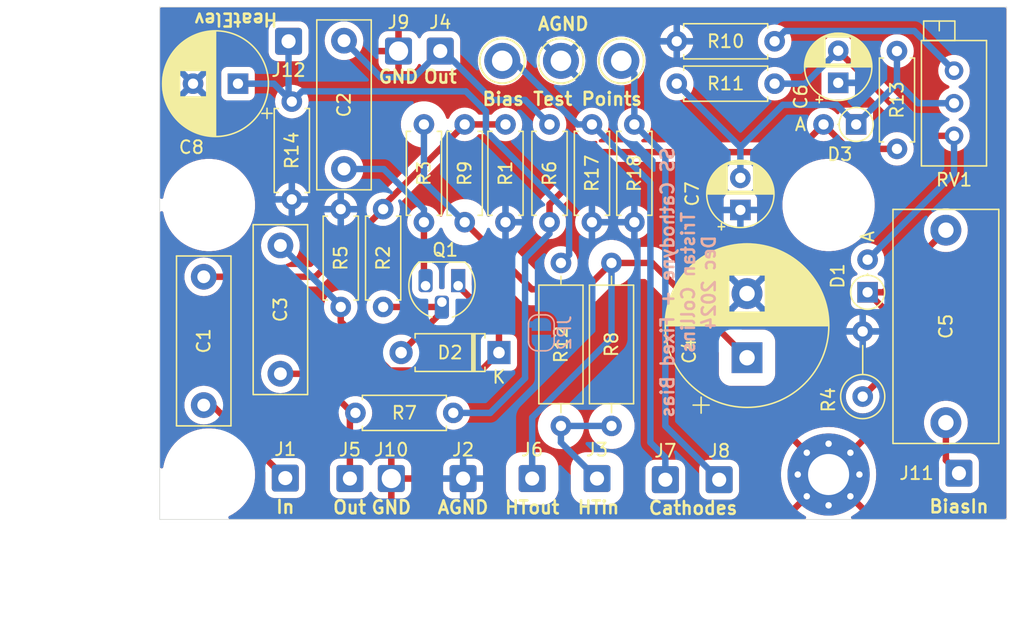
<source format=kicad_pcb>
(kicad_pcb (version 20240108) (generator "pcbnew") (generator_version "8.0")
  (title_block (comment 4 "AISLER Project ID: DPNKPZNC"))
  (layers (0 "F.Cu" signal) (31 "B.Cu" signal) (34 "B.Paste" user) (35 "F.Paste" user) (36 "B.SilkS" user "B.Silkscreen") (37 "F.SilkS" user "F.Silkscreen") (38 "B.Mask" user) (39 "F.Mask" user) (44 "Edge.Cuts" user))
  (net 0 "")
  (net 1 "Net-(C1-Pad1)")
  (net 2 "Net-(J1-Pin_1)")
  (net 3 "Net-(Q1-D)")
  (net 4 "GNDA")
  (net 5 "GND")
  (net 6 "HT")
  (net 7 "Net-(J4-Pin_1)")
  (net 8 "Net-(D2-K)")
  (net 9 "Net-(J5-Pin_1)")
  (net 10 "Net-(D2-A)")
  (net 11 "Net-(J11-Pin_1)")
  (net 12 "Net-(D1-K)")
  (net 13 "Net-(D1-A)")
  (net 14 "Net-(D3-K)")
  (net 15 "/Bias")
  (net 16 "Net-(J7-Pin_1)")
  (net 17 "Net-(J8-Pin_1)")
  (net 18 "Net-(R10-Pad1)")
  (net 19 "/HTout")
  (net 20 "Net-(J12-Pin_1)")
  (footprint "Capacitor_THT:C_Rect_L13.0mm_W4.0mm_P10.00mm_FKS3_FKP3_MKS4" (layer "F.Cu") (at 155.067 57.15 90)
    (property "Reference" "C3" (at 5 0 90) (layer "F.SilkS"))
    (property "Value" "22n 630V")
    (pad "1" thru_hole circle (at 0 0 90) (size 2 2) (drill 1) (layers "*.Cu" "*.Mask") (net 9 "Net-(J5-Pin_1)"))
    (pad "2" thru_hole circle (at 10 0 90) (size 2 2) (drill 1) (layers "*.Cu" "*.Mask") (net 8 "Net-(D2-K)"))
  )
  (footprint "MountingHole:MountingHole_3.2mm_M3_Pad_Via" (layer "F.Cu") (at 197.75 65)
    (property "Reference" "H1" (hide yes))
    (property "Value" "MountingHole_Pad")
    (pad "1" thru_hole circle (at -2.4 0) (size 0.8 0.8) (drill 0.5) (layers "*.Cu" "*.Mask") (net 5 "GND"))
    (pad "1" thru_hole circle (at -1.697056 -1.697056) (size 0.8 0.8) (drill 0.5) (layers "*.Cu" "*.Mask") (net 5 "GND"))
    (pad "1" thru_hole circle (at -1.697056 1.697056) (size 0.8 0.8) (drill 0.5) (layers "*.Cu" "*.Mask") (net 5 "GND"))
    (pad "1" thru_hole circle (at 0 -2.4) (size 0.8 0.8) (drill 0.5) (layers "*.Cu" "*.Mask") (net 5 "GND"))
    (pad "1" thru_hole circle (at 0 0) (size 6.4 6.4) (drill 3.2) (layers "*.Cu" "*.Mask") (net 5 "GND"))
    (pad "1" thru_hole circle (at 0 2.4) (size 0.8 0.8) (drill 0.5) (layers "*.Cu" "*.Mask") (net 5 "GND"))
    (pad "1" thru_hole circle (at 1.697056 -1.697056) (size 0.8 0.8) (drill 0.5) (layers "*.Cu" "*.Mask") (net 5 "GND"))
    (pad "1" thru_hole circle (at 1.697056 1.697056) (size 0.8 0.8) (drill 0.5) (layers "*.Cu" "*.Mask") (net 5 "GND"))
    (pad "1" thru_hole circle (at 2.4 0) (size 0.8 0.8) (drill 0.5) (layers "*.Cu" "*.Mask") (net 5 "GND"))
  )
  (footprint "MountingHole:MountingHole_3.2mm_M3" (layer "F.Cu") (at 149.5 44)
    (property "Reference" "H4" (hide yes))
    (property "Value" "MountingHole")
    (pad "" np_thru_hole circle (at 0 0) (size 3.2 3.2) (drill 3.2) (layers "*.Cu" "*.Mask"))
  )
  (footprint "Package_TO_SOT_THT:TO-92_HandSolder" (layer "F.Cu") (at 168.91 50.292 180)
    (property "Reference" "Q1" (at 1.016 2.794 0) (layer "F.SilkS"))
    (property "Value" "LND150")
    (pad "1" thru_hole rect (at 0 0 180) (size 1.1 1.8) (drill 0.75 (offset 0 0.4)) (layers "*.Cu" "*.Mask") (net 8 "Net-(D2-K)"))
    (pad "2" thru_hole roundrect (at 1.27 -1.27 180) (size 1.1 1.8) (drill 0.75 (offset 0 -0.4)) (layers "*.Cu" "*.Mask") (net 10 "Net-(D2-A)"))
    (pad "3" thru_hole roundrect (at 2.54 0 180) (size 1.1 1.8) (drill 0.75 (offset 0 0.4)) (layers "*.Cu" "*.Mask") (net 3 "Net-(Q1-D)"))
  )
  (footprint "Resistor_THT:R_Axial_DIN0309_L9.0mm_D3.2mm_P12.70mm_Horizontal" (layer "F.Cu") (at 180.848 61.214 90)
    (property "Reference" "R8" (at 6.35 0 90) (layer "F.SilkS"))
    (property "Value" "1k 2W")
    (pad "1" thru_hole circle (at 0 0 90) (size 1.6 1.6) (drill 0.8) (layers "*.Cu" "*.Mask") (net 6 "HT"))
    (pad "2" thru_hole oval (at 12.7 0 90) (size 1.6 1.6) (drill 0.8) (layers "*.Cu" "*.Mask") (net 19 "/HTout"))
  )
  (footprint "MountingHole:MountingHole_3.2mm_M3" (layer "F.Cu") (at 197.75 44)
    (property "Reference" "H2" (hide yes))
    (property "Value" "MountingHole")
    (pad "" np_thru_hole circle (at 0 0) (size 3.2 3.2) (drill 3.2) (layers "*.Cu" "*.Mask"))
  )
  (footprint "Capacitor_THT:C_Rect_L13.0mm_W4.0mm_P10.00mm_FKS3_FKP3_MKS4" (layer "F.Cu") (at 149.098 49.59 -90)
    (property "Reference" "C1" (at 5 0 -90) (layer "F.SilkS"))
    (property "Value" "22n 630V")
    (pad "1" thru_hole circle (at 0 0 270) (size 2 2) (drill 1) (layers "*.Cu" "*.Mask") (net 1 "Net-(C1-Pad1)"))
    (pad "2" thru_hole circle (at 10 0 270) (size 2 2) (drill 1) (layers "*.Cu" "*.Mask") (net 2 "Net-(J1-Pin_1)"))
  )
  (footprint "Capacitor_THT:C_Rect_L13.0mm_W4.0mm_P10.00mm_FKS3_FKP3_MKS4" (layer "F.Cu") (at 160.02 31.195 -90)
    (property "Reference" "C2" (at 5 0 90) (layer "F.SilkS"))
    (property "Value" "22n 630V")
    (pad "1" thru_hole circle (at 0 0 270) (size 2 2) (drill 1) (layers "*.Cu" "*.Mask") (net 7 "Net-(J4-Pin_1)"))
    (pad "2" thru_hole circle (at 10 0 270) (size 2 2) (drill 1) (layers "*.Cu" "*.Mask") (net 3 "Net-(Q1-D)"))
  )
  (footprint "MountingHole:MountingHole_3.2mm_M3" (layer "F.Cu") (at 149.5 65)
    (property "Reference" "H3" (hide yes))
    (property "Value" "MountingHole")
    (pad "" np_thru_hole circle (at 0 0) (size 3.2 3.2) (drill 3.2) (layers "*.Cu" "*.Mask"))
  )
  (footprint "Library:R_Axial_DIN0207_L6.3mm_D2.5mm_P7.62mm_Horizontal_TC" (layer "F.Cu") (at 172.593 37.719 -90)
    (property "Reference" "R1" (at 3.81 0 -90) (layer "F.SilkS"))
    (property "Value" "470k")
    (pad "1" thru_hole circle (at 0 0 270) (size 1.6 1.6) (drill 0.8) (layers "*.Cu" "*.Mask") (net 1 "Net-(C1-Pad1)"))
    (pad "2" thru_hole oval (at 7.62 0 270) (size 1.6 1.6) (drill 0.8) (layers "*.Cu" "*.Mask") (net 4 "GNDA"))
  )
  (footprint "Library:R_Axial_DIN0207_L6.3mm_D2.5mm_P7.62mm_Horizontal_TC" (layer "F.Cu") (at 163.068 51.943 90)
    (property "Reference" "R2" (at 3.81 0 90) (layer "F.SilkS"))
    (property "Value" "1Meg")
    (pad "1" thru_hole circle (at 0 0 90) (size 1.6 1.6) (drill 0.8) (layers "*.Cu" "*.Mask") (net 10 "Net-(D2-A)"))
    (pad "2" thru_hole oval (at 7.62 0 90) (size 1.6 1.6) (drill 0.8) (layers "*.Cu" "*.Mask") (net 1 "Net-(C1-Pad1)"))
  )
  (footprint "Library:R_Axial_DIN0207_L6.3mm_D2.5mm_P7.62mm_Horizontal_TC" (layer "F.Cu") (at 166.243 37.719 -90)
    (property "Reference" "R3" (at 3.81 0 -90) (layer "F.SilkS"))
    (property "Value" "68k")
    (pad "1" thru_hole circle (at 0 0 270) (size 1.6 1.6) (drill 0.8) (layers "*.Cu" "*.Mask") (net 19 "/HTout"))
    (pad "2" thru_hole oval (at 7.62 0 270) (size 1.6 1.6) (drill 0.8) (layers "*.Cu" "*.Mask") (net 3 "Net-(Q1-D)"))
  )
  (footprint "Library:R_Axial_DIN0207_L6.3mm_D2.5mm_P7.62mm_Horizontal_TC" (layer "F.Cu") (at 159.766 51.943 90)
    (property "Reference" "R5" (at 3.81 0 90) (layer "F.SilkS"))
    (property "Value" "68k")
    (pad "1" thru_hole circle (at 0 0 90) (size 1.6 1.6) (drill 0.8) (layers "*.Cu" "*.Mask") (net 8 "Net-(D2-K)"))
    (pad "2" thru_hole oval (at 7.62 0 90) (size 1.6 1.6) (drill 0.8) (layers "*.Cu" "*.Mask") (net 4 "GNDA"))
  )
  (footprint "Library:R_Axial_DIN0207_L6.3mm_D2.5mm_P7.62mm_Horizontal_TC" (layer "F.Cu") (at 176.022 37.719 -90)
    (property "Reference" "R6" (at 3.81 0 -90) (layer "F.SilkS"))
    (property "Value" "220k")
    (pad "1" thru_hole circle (at 0 0 270) (size 1.6 1.6) (drill 0.8) (layers "*.Cu" "*.Mask") (net 7 "Net-(J4-Pin_1)"))
    (pad "2" thru_hole oval (at 7.62 0 270) (size 1.6 1.6) (drill 0.8) (layers "*.Cu" "*.Mask") (net 15 "/Bias"))
  )
  (footprint "Library:R_Axial_DIN0207_L6.3mm_D2.5mm_P7.62mm_Horizontal_TC" (layer "F.Cu") (at 168.529 60.198 180)
    (property "Reference" "R7" (at 3.81 0 180) (layer "F.SilkS"))
    (property "Value" "220k")
    (pad "1" thru_hole circle (at 0 0 180) (size 1.6 1.6) (drill 0.8) (layers "*.Cu" "*.Mask") (net 15 "/Bias"))
    (pad "2" thru_hole oval (at 7.62 0 180) (size 1.6 1.6) (drill 0.8) (layers "*.Cu" "*.Mask") (net 9 "Net-(J5-Pin_1)"))
  )
  (footprint "Library:R_Axial_DIN0207_L6.3mm_D2.5mm_P7.62mm_Horizontal_TC" (layer "F.Cu") (at 169.418 37.719 -90)
    (property "Reference" "R9" (at 3.81 0 -90) (layer "F.SilkS"))
    (property "Value" "1.5Meg")
    (pad "1" thru_hole circle (at 0 0 270) (size 1.6 1.6) (drill 0.8) (layers "*.Cu" "*.Mask") (net 1 "Net-(C1-Pad1)"))
    (pad "2" thru_hole oval (at 7.62 0 270) (size 1.6 1.6) (drill 0.8) (layers "*.Cu" "*.Mask") (net 19 "/HTout"))
  )
  (footprint "Connector_Wire:SolderWire-0.5sqmm_1x01_D0.9mm_OD2.1mm" (layer "F.Cu") (at 169.291 65.314)
    (property "Reference" "J2" (at 0 -2.25 0) (layer "F.SilkS"))
    (property "Value" "GNDA")
    (pad "1" thru_hole roundrect (at 0 0) (size 2.1 2.1) (drill 1.1) (layers "*.Cu" "*.Mask") (roundrect_rratio 0.119048) (net 4 "GNDA"))
  )
  (footprint "Connector_Wire:SolderWire-0.5sqmm_1x01_D0.9mm_OD2.1mm" (layer "F.Cu") (at 167.513 32.004)
    (property "Reference" "J4" (at 0 -2.25 0) (layer "F.SilkS"))
    (property "Value" "GridA")
    (pad "1" thru_hole roundrect (at 0 0) (size 2.1 2.1) (drill 1.1) (layers "*.Cu" "*.Mask") (roundrect_rratio 0.119048) (net 7 "Net-(J4-Pin_1)"))
  )
  (footprint "Connector_Wire:SolderWire-0.5sqmm_1x01_D0.9mm_OD2.1mm" (layer "F.Cu") (at 174.668924 65.314)
    (property "Reference" "J6" (at 0 -2.25 0) (layer "F.SilkS"))
    (property "Value" "HTout")
    (pad "1" thru_hole roundrect (at 0 0) (size 2.1 2.1) (drill 1.1) (layers "*.Cu" "*.Mask") (roundrect_rratio 0.119048) (net 19 "/HTout"))
  )
  (footprint "Connector_Wire:SolderWire-0.5sqmm_1x01_D0.9mm_OD2.1mm" (layer "F.Cu") (at 164.263 32.004)
    (property "Reference" "J9" (at 0 -2.25 0) (layer "F.SilkS"))
    (property "Value" "GND")
    (pad "1" thru_hole roundrect (at 0 0) (size 2.1 2.1) (drill 1.5) (layers "*.Cu" "*.Mask") (roundrect_rratio 0.119048) (net 5 "GND"))
  )
  (footprint "Connector_Wire:SolderWire-0.5sqmm_1x01_D0.9mm_OD2.1mm" (layer "F.Cu") (at 179.719469 65.314)
    (property "Reference" "J3" (at 0 -2.25 0) (layer "F.SilkS"))
    (property "Value" "HTin")
    (pad "1" thru_hole roundrect (at 0 0) (size 2.1 2.1) (drill 1.1) (layers "*.Cu" "*.Mask") (roundrect_rratio 0.119048) (net 6 "HT"))
  )
  (footprint "Capacitor_THT:CP_Radial_D12.5mm_P5.00mm" (layer "F.Cu") (at 191.4 55.9 90)
    (property "Reference" "C4" (at 0.5 -4.5 90) (layer "F.SilkS"))
    (property "Value" "47u 350V")
    (pad "1" thru_hole rect (at 0 0 90) (size 2.4 2.4) (drill 1.2) (layers "*.Cu" "*.Mask") (net 19 "/HTout"))
    (pad "2" thru_hole circle (at 5 0 90) (size 2.4 2.4) (drill 1.2) (layers "*.Cu" "*.Mask") (net 4 "GNDA"))
  )
  (footprint "Connector_Wire:SolderWire-0.5sqmm_1x01_D0.9mm_OD2.1mm" (layer "F.Cu") (at 155.448 65.278)
    (property "Reference" "J1" (at 0 -2.25 0) (layer "F.SilkS"))
    (property "Value" "SignalIn")
    (pad "1" thru_hole roundrect (at 0 0) (size 2.1 2.1) (drill 1.1) (layers "*.Cu" "*.Mask") (roundrect_rratio 0.119048) (net 2 "Net-(J1-Pin_1)"))
  )
  (footprint "Connector_Wire:SolderWire-0.5sqmm_1x01_D0.9mm_OD2.1mm" (layer "F.Cu") (at 163.703 65.314)
    (property "Reference" "J10" (at 0 -2.25 0) (layer "F.SilkS"))
    (property "Value" "GND")
    (pad "1" thru_hole roundrect (at 0 0) (size 2.1 2.1) (drill 1.5) (layers "*.Cu" "*.Mask") (roundrect_rratio 0.119048) (net 5 "GND"))
  )
  (footprint "Connector_Wire:SolderWire-0.5sqmm_1x01_D0.9mm_OD2.1mm" (layer "F.Cu") (at 160.47794 65.314)
    (property "Reference" "J5" (at 0 -2.25 0) (layer "F.SilkS"))
    (property "Value" "GridB")
    (pad "1" thru_hole roundrect (at 0 0) (size 2.1 2.1) (drill 1.1) (layers "*.Cu" "*.Mask") (roundrect_rratio 0.119048) (net 9 "Net-(J5-Pin_1)"))
  )
  (footprint "Library:R_Axial_DIN0207_L6.3mm_D2.5mm_P7.62mm_Horizontal_TC" (layer "F.Cu") (at 155.956 35.941 -90)
    (property "Reference" "R14" (at 3.81 0 90) (layer "F.SilkS"))
    (property "Value" "33k")
    (pad "1" thru_hole circle (at 0 0 270) (size 1.6 1.6) (drill 0.8) (layers "*.Cu" "*.Mask") (net 20 "Net-(J12-Pin_1)"))
    (pad "2" thru_hole oval (at 7.62 0 270) (size 1.6 1.6) (drill 0.8) (layers "*.Cu" "*.Mask") (net 4 "GNDA"))
  )
  (footprint "Library:R_Axial_DIN0207_L6.3mm_D2.5mm_P7.62mm_Horizontal_TC" (layer "F.Cu") (at 203.073 32.004 -90)
    (property "Reference" "R13" (at 3.81 0 -90) (layer "F.SilkS"))
    (property "Value" "100k")
    (pad "1" thru_hole circle (at 0 0 270) (size 1.6 1.6) (drill 0.8) (layers "*.Cu" "*.Mask") (net 14 "Net-(D3-K)"))
    (pad "2" thru_hole oval (at 7.62 0 270) (size 1.6 1.6) (drill 0.8) (layers "*.Cu" "*.Mask") (net 15 "/Bias"))
  )
  (footprint "Resistor_THT:R_Axial_DIN0309_L9.0mm_D3.2mm_P12.70mm_Horizontal" (layer "F.Cu") (at 176.911 61.214 90)
    (property "Reference" "R12" (at 6.35 0 90) (layer "F.SilkS"))
    (property "Value" "100k 2W")
    (pad "1" thru_hole circle (at 0 0 90) (size 1.6 1.6) (drill 0.8) (layers "*.Cu" "*.Mask") (net 6 "HT"))
    (pad "2" thru_hole oval (at 12.7 0 90) (size 1.6 1.6) (drill 0.8) (layers "*.Cu" "*.Mask") (net 20 "Net-(J12-Pin_1)"))
  )
  (footprint "TestPoint:TestPoint_Keystone_5005-5009_Compact" (layer "F.Cu") (at 172.339 32.766)
    (property "Reference" "TP1" (hide yes))
    (property "Value" "TestPoint")
    (pad "1" thru_hole circle (at 0 0) (size 2.8 2.8) (drill 1.6) (layers "*.Cu" "*.Mask") (net 16 "Net-(J7-Pin_1)"))
  )
  (footprint "Capacitor_THT:CP_Radial_D5.0mm_P2.50mm" (layer "F.Cu") (at 190.881 44.385113 90)
    (property "Reference" "C7" (at 1.25 -3.75 90) (layer "F.SilkS"))
    (property "Value" "10u 63V")
    (pad "1" thru_hole rect (at 0 0 90) (size 1.6 1.6) (drill 0.8) (layers "*.Cu" "*.Mask") (net 4 "GNDA"))
    (pad "2" thru_hole circle (at 2.5 0 90) (size 1.6 1.6) (drill 0.8) (layers "*.Cu" "*.Mask") (net 14 "Net-(D3-K)"))
  )
  (footprint "Connector_Wire:SolderWire-0.5sqmm_1x01_D0.9mm_OD2.1mm" (layer "F.Cu") (at 155.702 31.242 180)
    (property "Reference" "J12" (at 0 -2.25 360) (layer "F.SilkS"))
    (property "Value" "HEle")
    (pad "1" thru_hole roundrect (at 0 0 180) (size 2.1 2.1) (drill 1.1) (layers "*.Cu" "*.Mask") (roundrect_rratio 0.119048) (net 20 "Net-(J12-Pin_1)"))
  )
  (footprint "Connector_Wire:SolderWire-0.5sqmm_1x01_D0.9mm_OD2.1mm" (layer "F.Cu") (at 189.23 65.405)
    (property "Reference" "J8" (at 0 -2.25 0) (layer "F.SilkS"))
    (property "Value" "CathodeB")
    (pad "1" thru_hole roundrect (at 0 0) (size 2.1 2.1) (drill 1.1) (layers "*.Cu" "*.Mask") (roundrect_rratio 0.119048) (net 17 "Net-(J8-Pin_1)"))
  )
  (footprint "Potentiometer_THT:Potentiometer_Bourns_3296X_Horizontal" (layer "F.Cu") (at 207.518 38.608 -90)
    (property "Reference" "RV1" (at 3.429 0 180) (layer "F.SilkS"))
    (property "Value" "10k lin")
    (pad "1" thru_hole circle (at 0 0 270) (size 1.44 1.44) (drill 0.8) (layers "*.Cu" "*.Mask") (net 13 "Net-(D1-A)"))
    (pad "2" thru_hole circle (at -2.54 0 270) (size 1.44 1.44) (drill 0.8) (layers "*.Cu" "*.Mask") (net 14 "Net-(D3-K)"))
    (pad "3" thru_hole circle (at -5.08 0 270) (size 1.44 1.44) (drill 0.8) (layers "*.Cu" "*.Mask") (net 18 "Net-(R10-Pad1)"))
  )
  (footprint "Capacitor_THT:CP_Radial_D8.0mm_P3.50mm" (layer "F.Cu") (at 151.765 34.544 180)
    (property "Reference" "C8" (at 3.627 -4.953 360) (layer "F.SilkS"))
    (property "Value" "10u 150V")
    (pad "1" thru_hole rect (at 0 0 180) (size 1.6 1.6) (drill 0.8) (layers "*.Cu" "*.Mask") (net 20 "Net-(J12-Pin_1)"))
    (pad "2" thru_hole circle (at 3.5 0 180) (size 1.6 1.6) (drill 0.8) (layers "*.Cu" "*.Mask") (net 4 "GNDA"))
  )
  (footprint "Capacitor_THT:C_Rect_L18.0mm_W8.0mm_P15.00mm_FKS3_FKP3" (layer "F.Cu") (at 206.883 60.96 90)
    (property "Reference" "C5" (at 7.5 0 90) (layer "F.SilkS"))
    (property "Value" "100n 450V")
    (pad "1" thru_hole circle (at 0 0 90) (size 2.4 2.4) (drill 1.2) (layers "*.Cu" "*.Mask") (net 11 "Net-(J11-Pin_1)"))
    (pad "2" thru_hole circle (at 15 0 90) (size 2.4 2.4) (drill 1.2) (layers "*.Cu" "*.Mask") (net 12 "Net-(D1-K)"))
  )
  (footprint "TestPoint:TestPoint_Keystone_5005-5009_Compact" (layer "F.Cu") (at 176.911 32.766)
    (property "Reference" "TP3" (hide yes))
    (property "Value" "TestPoint")
    (pad "1" thru_hole circle (at 0 0) (size 2.8 2.8) (drill 1.6) (layers "*.Cu" "*.Mask") (net 4 "GNDA"))
  )
  (footprint "Library:R_Axial_DIN0207_L6.3mm_D2.5mm_P7.62mm_Horizontal_TC" (layer "F.Cu") (at 182.626 37.719 -90)
    (property "Reference" "R18" (at 3.81 0 -90) (layer "F.SilkS"))
    (property "Value" "1r 1%")
    (pad "1" thru_hole circle (at 0 0 270) (size 1.6 1.6) (drill 0.8) (layers "*.Cu" "*.Mask") (net 17 "Net-(J8-Pin_1)"))
    (pad "2" thru_hole oval (at 7.62 0 270) (size 1.6 1.6) (drill 0.8) (layers "*.Cu" "*.Mask") (net 4 "GNDA"))
  )
  (footprint "Library:R_Axial_DIN0207_L6.3mm_D2.5mm_P7.62mm_Horizontal_TC" (layer "F.Cu") (at 193.548 34.544 180)
    (property "Reference" "R11" (at 3.81 0 180) (layer "F.SilkS"))
    (property "Value" "100k")
    (pad "1" thru_hole circle (at 0 0 180) (size 1.6 1.6) (drill 0.8) (layers "*.Cu" "*.Mask") (net 13 "Net-(D1-A)"))
    (pad "2" thru_hole oval (at 7.62 0 180) (size 1.6 1.6) (drill 0.8) (layers "*.Cu" "*.Mask") (net 14 "Net-(D3-K)"))
  )
  (footprint "Diode_THT:D_DO-35_SOD27_P2.54mm_Vertical_AnodeUp" (layer "F.Cu") (at 200.787 50.8 90)
    (property "Reference" "D1" (at 1.27 -2.326371 90) (layer "F.SilkS"))
    (property "Value" "UF4007")
    (fp_text user "A" (at 4.34 0 90) (layer "F.SilkS"))
    (pad "1" thru_hole rect (at 0 0 90) (size 1.6 1.6) (drill 0.8) (layers "*.Cu" "*.Mask") (net 12 "Net-(D1-K)"))
    (pad "2" thru_hole oval (at 2.54 0 90) (size 1.6 1.6) (drill 0.8) (layers "*.Cu" "*.Mask") (net 13 "Net-(D1-A)"))
  )
  (footprint "Diode_THT:D_DO-35_SOD27_P2.54mm_Vertical_AnodeUp" (layer "F.Cu") (at 199.898 37.719 180)
    (property "Reference" "D3" (at 1.27 -2.326371 180) (layer "F.SilkS"))
    (property "Value" "UF4007")
    (fp_text user "A" (at 4.34 0 180) (layer "F.SilkS"))
    (pad "1" thru_hole rect (at 0 0 180) (size 1.6 1.6) (drill 0.8) (layers "*.Cu" "*.Mask") (net 14 "Net-(D3-K)"))
    (pad "2" thru_hole oval (at 2.54 0 180) (size 1.6 1.6) (drill 0.8) (layers "*.Cu" "*.Mask") (net 15 "/Bias"))
  )
  (footprint "Connector_Wire:SolderWire-0.5sqmm_1x01_D0.9mm_OD2.1mm" (layer "F.Cu") (at 185.039 65.405)
    (property "Reference" "J7" (at 0 -2.25 0) (layer "F.SilkS"))
    (property "Value" "CathodeA")
    (pad "1" thru_hole roundrect (at 0 0) (size 2.1 2.1) (drill 1.1) (layers "*.Cu" "*.Mask") (roundrect_rratio 0.119048) (net 16 "Net-(J7-Pin_1)"))
  )
  (footprint "Diode_THT:D_A-405_P7.62mm_Horizontal" (layer "F.Cu") (at 172.085 55.499 180)
    (property "Reference" "D2" (at 3.81 0 180) (layer "F.SilkS"))
    (property "Value" "BZX84C10")
    (fp_text user "K" (at 0 -1.9 180) (layer "F.SilkS"))
    (pad "1" thru_hole rect (at 0 0 180) (size 1.8 1.8) (drill 0.9) (layers "*.Cu" "*.Mask") (net 8 "Net-(D2-K)"))
    (pad "2" thru_hole oval (at 7.62 0 180) (size 1.8 1.8) (drill 0.9) (layers "*.Cu" "*.Mask") (net 10 "Net-(D2-A)"))
  )
  (footprint "Connector_Wire:SolderWire-0.5sqmm_1x01_D0.9mm_OD2.1mm" (layer "F.Cu") (at 207.899 64.897)
    (property "Reference" "J11" (at -3.302 0 0) (layer "F.SilkS"))
    (property "Value" "BiasHT")
    (pad "1" thru_hole roundrect (at 0 0) (size 2.1 2.1) (drill 1.1) (layers "*.Cu" "*.Mask") (roundrect_rratio 0.119048) (net 11 "Net-(J11-Pin_1)"))
  )
  (footprint "Resistor_THT:R_Axial_DIN0309_L9.0mm_D3.2mm_P5.08mm_Vertical" (layer "F.Cu") (at 200.406 58.928 90)
    (property "Reference" "R4" (at -0.254 -2.667 90) (layer "F.SilkS"))
    (property "Value" "47k 2W")
    (pad "1" thru_hole circle (at 0 0 90) (size 1.6 1.6) (drill 0.8) (layers "*.Cu" "*.Mask") (net 12 "Net-(D1-K)"))
    (pad "2" thru_hole oval (at 5.08 0 90) (size 1.6 1.6) (drill 0.8) (layers "*.Cu" "*.Mask") (net 4 "GNDA"))
  )
  (footprint "Library:R_Axial_DIN0207_L6.3mm_D2.5mm_P7.62mm_Horizontal_TC" (layer "F.Cu") (at 193.548 31.242 180)
    (property "Reference" "R10" (at 3.81 0 180) (layer "F.SilkS"))
    (property "Value" "10k")
    (pad "1" thru_hole circle (at 0 0 180) (size 1.6 1.6) (drill 0.8) (layers "*.Cu" "*.Mask") (net 18 "Net-(R10-Pad1)"))
    (pad "2" thru_hole oval (at 7.62 0 180) (size 1.6 1.6) (drill 0.8) (layers "*.Cu" "*.Mask") (net 4 "GNDA"))
  )
  (footprint "Capacitor_THT:CP_Radial_D5.0mm_P2.50mm" (layer "F.Cu") (at 198.501 34.479113 90)
    (property "Reference" "C6" (at -1.080887 -2.921 90) (layer "F.SilkS"))
    (property "Value" "10u 63V")
    (pad "1" thru_hole rect (at 0 0 90) (size 1.6 1.6) (drill 0.8) (layers "*.Cu" "*.Mask") (net 4 "GNDA"))
    (pad "2" thru_hole circle (at 2.5 0 90) (size 1.6 1.6) (drill 0.8) (layers "*.Cu" "*.Mask") (net 13 "Net-(D1-A)"))
  )
  (footprint "TestPoint:TestPoint_Keystone_5005-5009_Compact" (layer "F.Cu") (at 181.61 32.766)
    (property "Reference" "TP2" (hide yes))
    (property "Value" "TestPoint")
    (pad "1" thru_hole circle (at 0 0) (size 2.8 2.8) (drill 1.6) (layers "*.Cu" "*.Mask") (net 17 "Net-(J8-Pin_1)"))
  )
  (footprint "Library:R_Axial_DIN0207_L6.3mm_D2.5mm_P7.62mm_Horizontal_TC" (layer "F.Cu") (at 179.324 37.719 -90)
    (property "Reference" "R17" (at 3.81 0 -90) (layer "F.SilkS"))
    (property "Value" "1r 1%")
    (pad "1" thru_hole circle (at 0 0 270) (size 1.6 1.6) (drill 0.8) (layers "*.Cu" "*.Mask") (net 16 "Net-(J7-Pin_1)"))
    (pad "2" thru_hole oval (at 7.62 0 270) (size 1.6 1.6) (drill 0.8) (layers "*.Cu" "*.Mask") (net 4 "GNDA"))
  )
  (footprint "Jumper:SolderJumper-2_P1.3mm_Open_RoundedPad1.0x1.5mm" (layer "B.Cu") (at 175.387 53.96 90)
    (property "Reference" "JP2" (at 0 1.8 -90) (layer "B.SilkS") (effects (justify mirror)))
    (property "Value" "Cathode/Fixed Bias Select")
    (pad "1" smd custom (at -0.65 0 90) (size 1 0.5) (layers "B.Cu" "B.Mask") (net 4 "GNDA") (options (clearance outline) (anchor rect)) (primitives (gr_circle (center 0 -0.25) (end 0.5 -0.25) (width 0) (fill yes)) (gr_circle (center 0 0.25) (end 0.5 0.25) (width 0) (fill yes)) (gr_poly (pts (xy 0.5 -0.75) (xy 0 -0.75) (xy 0 0.75) (xy 0.5 0.75)) (width 0) (fill yes))))
    (pad "2" smd custom (at 0.65 0 90) (size 1 0.5) (layers "B.Cu" "B.Mask") (net 15 "/Bias") (options (clearance outline) (anchor rect)) (primitives (gr_circle (center 0 -0.25) (end 0.5 -0.25) (width 0) (fill yes)) (gr_circle (center 0 0.25) (end 0.5 0.25) (width 0) (fill yes)) (gr_poly (pts (xy 0 -0.75) (xy -0.5 -0.75) (xy -0.5 0.75) (xy 0 0.75)) (width 0) (fill yes))))
  )
  (gr_line (start 211.619043 28.575) (end 145.669 28.575) (stroke (width 0.05)) (layer "Edge.Cuts"))
  (gr_line (start 145.669 68.5) (end 211.619043 68.5) (stroke (width 0.05)) (layer "Edge.Cuts"))
  (gr_line (start 145.669 28.575) (end 145.669 68.5) (stroke (width 0.05)) (layer "Edge.Cuts"))
  (gr_line (start 211.619043 68.5) (end 211.619043 28.575) (stroke (width 0.05)) (layer "Edge.Cuts"))
  (gr_text "SS Cathodyne + Fixed Bias\nTristan Collins\nDec 2024" (at 186.817 50.038 90) (layer "B.SilkS") (effects (font (size 1 1) (thickness 0.2)) (justify mirror)))
  (gr_text "HTin" (at 179.832 67.564 0) (layer "F.SilkS") (effects (font (size 1 1) (thickness 0.2))))
  (gr_text "Out" (at 167.513 34.004 0) (layer "F.SilkS") (effects (font (size 1 1) (thickness 0.2))))
  (gr_text "AGND" (at 169.291 67.564 0) (layer "F.SilkS") (effects (font (size 1 1) (thickness 0.2))))
  (gr_text "HTout" (at 174.668924 67.564 0) (layer "F.SilkS") (effects (font (size 1 1) (thickness 0.2))))
  (gr_text "GND" (at 164.263 34.004 0) (layer "F.SilkS") (effects (font (size 1 1) (thickness 0.2))))
  (gr_text "Out" (at 160.453 67.564 0) (layer "F.SilkS") (effects (font (size 1 1) (thickness 0.2))))
  (gr_text "GND" (at 163.703 67.564 0) (layer "F.SilkS") (effects (font (size 1 1) (thickness 0.2))))
  (gr_text "Bias Test Points" (at 170.688 36.322 0) (layer "F.SilkS") (effects (font (size 1 1) (thickness 0.2) (bold yes)) (justify left bottom)))
  (gr_text "HeatElev" (at 154.94 28.956 180) (layer "F.SilkS") (effects (font (size 1 1) (thickness 0.2) (bold yes)) (justify left bottom)))
  (gr_text "BiasIn" (at 205.486 68.072 0) (layer "F.SilkS") (effects (font (size 1 1) (thickness 0.2) (bold yes)) (justify left bottom)))
  (gr_text "In" (at 155.448 67.528 0) (layer "F.SilkS") (effects (font (size 1 1) (thickness 0.2))))
  (gr_text "AGND" (at 175.006 30.48 0) (layer "F.SilkS") (effects (font (size 1 1) (thickness 0.2) (bold yes)) (justify left bottom)))
  (gr_text "Cathodes" (at 183.642 68.199 0) (layer "F.SilkS") (effects (font (size 1 1) (thickness 0.2) (bold yes)) (justify left bottom)))
  (segment (start 149.098 49.59) (end 157.801 49.59) (width 0.5) (layer "F.Cu") (net 1))
  (segment (start 163.322 44.069) (end 163.322 43.815) (width 0.5) (layer "F.Cu") (net 1))
  (segment (start 163.322 43.815) (end 169.418 37.719) (width 0.5) (layer "F.Cu") (net 1))
  (segment (start 169.418 37.719) (end 172.593 37.719) (width 0.5) (layer "F.Cu") (net 1))
  (segment (start 163.068 44.323) (end 163.322 44.069) (width 0.5) (layer "F.Cu") (net 1))
  (segment (start 157.801 49.59) (end 163.068 44.323) (width 0.5) (layer "F.Cu") (net 1))
  (segment (start 149.76 59.59) (end 149.098 59.59) (width 0.5) (layer "F.Cu") (net 2))
  (segment (start 155.448 65.278) (end 149.76 59.59) (width 0.5) (layer "F.Cu") (net 2))
  (segment (start 166.243 45.339) (end 166.243 50.165) (width 0.5) (layer "F.Cu") (net 3))
  (segment (start 166.243 50.165) (end 166.37 50.292) (width 0.5) (layer "F.Cu") (net 3))
  (segment (start 166.243 45.339) (end 166.243 44.323) (width 0.5) (layer "B.Cu") (net 3))
  (segment (start 166.243 44.323) (end 163.115 41.195) (width 0.5) (layer "B.Cu") (net 3))
  (segment (start 163.115 41.195) (end 160.02 41.195) (width 0.5) (layer "B.Cu") (net 3))
  (segment (start 176.911 62.505531) (end 176.911 61.214) (width 0.5) (layer "B.Cu") (net 6))
  (segment (start 180.848 61.214) (end 176.911 61.214) (width 0.5) (layer "B.Cu") (net 6))
  (segment (start 179.719469 65.314) (end 176.911 62.505531) (width 0.5) (layer "B.Cu") (net 6))
  (segment (start 174.117 35.814) (end 171.577 35.814) (width 0.5) (layer "B.Cu") (net 7))
  (segment (start 171.577 35.814) (end 167.767 32.004) (width 0.5) (layer "B.Cu") (net 7))
  (segment (start 167.767 32.004) (end 167.513 32.004) (width 0.5) (layer "B.Cu") (net 7))
  (segment (start 160.02 31.195) (end 162.861 34.036) (width 0.5) (layer "B.Cu") (net 7))
  (segment (start 165.481 34.036) (end 167.513 32.004) (width 0.5) (layer "B.Cu") (net 7))
  (segment (start 162.861 34.036) (end 165.481 34.036) (width 0.5) (layer "B.Cu") (net 7))
  (segment (start 176.022 37.719) (end 174.117 35.814) (width 0.5) (layer "B.Cu") (net 7))
  (segment (start 172.085 53.467) (end 168.91 50.292) (width 0.5) (layer "F.Cu") (net 8))
  (segment (start 172.085 55.499) (end 172.085 53.467) (width 0.5) (layer "F.Cu") (net 8))
  (segment (start 170.688 56.896) (end 172.085 55.499) (width 0.5) (layer "F.Cu") (net 8))
  (segment (start 159.766 53.07437) (end 163.58763 56.896) (width 0.5) (layer "F.Cu") (net 8))
  (segment (start 159.766 51.943) (end 159.766 53.07437) (width 0.5) (layer "F.Cu") (net 8))
  (segment (start 163.58763 56.896) (end 170.688 56.896) (width 0.5) (layer "F.Cu") (net 8))
  (segment (start 159.766 51.849) (end 159.766 51.943) (width 0.5) (layer "B.Cu") (net 8))
  (segment (start 155.067 47.15) (end 159.766 51.849) (width 0.5) (layer "B.Cu") (net 8))
  (segment (start 160.47794 65.314) (end 160.47794 60.62906) (width 0.5) (layer "F.Cu") (net 9))
  (segment (start 160.47794 60.62906) (end 160.909 60.198) (width 0.5) (layer "F.Cu") (net 9))
  (segment (start 160.655 60.198) (end 157.607 57.15) (width 0.5) (layer "F.Cu") (net 9))
  (segment (start 157.607 57.15) (end 155.067 57.15) (width 0.5) (layer "F.Cu") (net 9))
  (segment (start 163.068 51.943) (end 167.259 51.943) (width 0.5) (layer "F.Cu") (net 10))
  (segment (start 164.465 55.499) (end 167.64 52.324) (width 0.5) (layer "F.Cu") (net 10))
  (segment (start 167.259 51.943) (end 167.64 51.562) (width 0.5) (layer "F.Cu") (net 10))
  (segment (start 206.883 63.881) (end 207.899 64.897) (width 0.5) (layer "F.Cu") (net 11))
  (segment (start 206.883 60.96) (end 206.883 63.881) (width 0.5) (layer "F.Cu") (net 11))
  (segment (start 200.787 50.8) (end 202.565 52.578) (width 0.5) (layer "F.Cu") (net 12))
  (segment (start 202.043 50.8) (end 206.883 45.96) (width 0.5) (layer "F.Cu") (net 12))
  (segment (start 200.787 50.8) (end 202.043 50.8) (width 0.5) (layer "F.Cu") (net 12))
  (segment (start 202.565 56.769) (end 200.406 58.928) (width 0.5) (layer "F.Cu") (net 12))
  (segment (start 202.565 52.578) (end 202.565 56.769) (width 0.5) (layer "F.Cu") (net 12))
  (segment (start 207.518 38.608) (end 205.129887 38.608) (width 0.5) (layer "F.Cu") (net 13))
  (segment (start 205.129887 38.608) (end 198.501 31.979113) (width 0.5) (layer "F.Cu") (net 13))
  (segment (start 207.518 38.608) (end 207.518 41.529) (width 0.5) (layer "B.Cu") (net 13))
  (segment (start 195.936113 34.544) (end 198.501 31.979113) (width 0.5) (layer "B.Cu") (net 13))
  (segment (start 193.548 34.544) (end 195.936113 34.544) (width 0.5) (layer "B.Cu") (net 13))
  (segment (start 207.518 41.529) (end 200.787 48.26) (width 0.5) (layer "B.Cu") (net 13))
  (segment (start 190.881 39.497) (end 185.928 34.544) (width 0.5) (layer "B.Cu") (net 14))
  (segment (start 190.881 41.885113) (end 190.881 39.497) (width 0.5) (layer "B.Cu") (net 14))
  (segment (start 194.183 36.195) (end 190.881 39.497) (width 0.5) (layer "B.Cu") (net 14))
  (segment (start 203.073 34.417) (end 203.073 34.544) (width 0.5) (layer "B.Cu") (net 14))
  (segment (start 203.073 34.544) (end 199.898 37.719) (width 0.5) (layer "B.Cu") (net 14))
  (segment (start 207.518 36.068) (end 204.724 36.068) (width 0.5) (layer "B.Cu") (net 14))
  (segment (start 203.073 32.004) (end 203.073 34.417) (width 0.5) (layer "B.Cu") (net 14))
  (segment (start 204.724 36.068) (end 203.073 34.417) (width 0.5) (layer "B.Cu") (net 14))
  (segment (start 199.898 37.719) (end 198.374 36.195) (width 0.5) (layer "B.Cu") (net 14))
  (segment (start 198.374 36.195) (end 194.183 36.195) (width 0.5) (layer "B.Cu") (net 14))
  (segment (start 203.073 39.624) (end 199.263 39.624) (width 0.5) (layer "F.Cu") (net 15))
  (segment (start 199.263 39.624) (end 197.358 37.719) (width 0.5) (layer "F.Cu") (net 15))
  (segment (start 180.086 39.878) (end 195.199 39.878) (width 0.5) (layer "F.Cu") (net 15))
  (segment (start 176.022 45.339) (end 176.022 43.942) (width 0.5) (layer "F.Cu") (net 15))
  (segment (start 195.199 39.878) (end 197.358 37.719) (width 0.5) (layer "F.Cu") (net 15))
  (segment (start 176.022 43.942) (end 180.086 39.878) (width 0.5) (layer "F.Cu") (net 15))
  (segment (start 174.341 53.31) (end 174.117 53.086) (width 0.5) (layer "B.Cu") (net 15))
  (segment (start 168.529 60.198) (end 171.405009 60.198) (width 0.5) (layer "B.Cu") (net 15))
  (segment (start 174.117 48.133) (end 176.022 46.228) (width 0.5) (layer "B.Cu") (net 15))
  (segment (start 171.405009 60.198) (end 174.117 57.486009) (width 0.5) (layer "B.Cu") (net 15))
  (segment (start 174.117 53.086) (end 174.117 48.133) (width 0.5) (layer "B.Cu") (net 15))
  (segment (start 175.387 53.31) (end 174.341 53.31) (width 0.5) (layer "B.Cu") (net 15))
  (segment (start 174.117 57.486009) (end 174.117 53.086) (width 0.5) (layer "B.Cu") (net 15))
  (segment (start 185.039 63.667) (end 183.876 62.504) (width 0.5) (layer "B.Cu") (net 16))
  (segment (start 183.876 62.504) (end 183.876 42.271) (width 0.5) (layer "B.Cu") (net 16))
  (segment (start 178.19263 37.719) (end 173.23963 32.766) (width 0.5) (layer "B.Cu") (net 16))
  (segment (start 173.23963 32.766) (end 172.339 32.766) (width 0.5) (layer "B.Cu") (net 16))
  (segment (start 185.039 65.405) (end 185.039 63.667) (width 0.5) (layer "B.Cu") (net 16))
  (segment (start 183.876 42.271) (end 179.324 37.719) (width 0.5) (layer "B.Cu") (net 16))
  (segment (start 179.324 37.719) (end 178.19263 37.719) (width 0.5) (layer "B.Cu") (net 16))
  (segment (start 189.23 65.405) (end 185.039 61.214) (width 0.5) (layer "B.Cu") (net 17))
  (segment (start 182.626 37.719) (end 182.626 33.782) (width 0.5) (layer "B.Cu") (net 17))
  (segment (start 185.039 40.132) (end 182.626 37.719) (width 0.5) (layer "B.Cu") (net 17))
  (segment (start 182.626 33.782) (end 181.61 32.766) (width 0.5) (layer "B.Cu") (net 17))
  (segment (start 185.039 61.214) (end 185.039 40.132) (width 0.5) (layer "B.Cu") (net 17))
  (segment (start 207.518 33.528) (end 204.432001 30.442001) (width 0.5) (layer "B.Cu") (net 18))
  (segment (start 194.347999 30.442001) (end 193.548 31.242) (width 0.5) (layer "B.Cu") (net 18))
  (segment (start 204.432001 30.442001) (end 194.347999 30.442001) (width 0.5) (layer "B.Cu") (net 18))
  (segment (start 178.798 50.564) (end 180.848 48.514) (width 0.5) (layer "F.Cu") (net 19))
  (segment (start 174.643 50.564) (end 178.798 50.564) (width 0.5) (layer "F.Cu") (net 19))
  (segment (start 180.848 48.514) (end 184.014 48.514) (width 0.5) (layer "F.Cu") (net 19))
  (segment (start 169.418 45.339) (end 174.643 50.564) (width 0.5) (layer "F.Cu") (net 19))
  (segment (start 184.014 48.514) (end 191.4 55.9) (width 0.5) (layer "F.Cu") (net 19))
  (segment (start 174.668924 60.556938) (end 180.848 54.377862) (width 0.5) (layer "B.Cu") (net 19))
  (segment (start 180.848 54.377862) (end 180.848 48.514) (width 0.5) (layer "B.Cu") (net 19))
  (segment (start 166.243 37.719) (end 166.243 42.164) (width 0.5) (layer "B.Cu") (net 19))
  (segment (start 174.668924 65.314) (end 174.668924 60.556938) (width 0.5) (layer "B.Cu") (net 19))
  (segment (start 166.243 42.164) (end 169.418 45.339) (width 0.5) (layer "B.Cu") (net 19))
  (segment (start 177.546 44.704) (end 177.546 47.879) (width 0.5) (layer "B.Cu") (net 20))
  (segment (start 156.755999 35.141001) (end 169.507001 35.141001) (width 0.5) (layer "B.Cu") (net 20))
  (segment (start 155.956 35.941) (end 156.755999 35.141001) (width 0.5) (layer "B.Cu") (net 20))
  (segment (start 171.069 36.703) (end 171.069 38.227) (width 0.5) (layer "B.Cu") (net 20))
  (segment (start 171.069 38.227) (end 177.546 44.704) (width 0.5) (layer "B.Cu") (net 20))
  (segment (start 155.702 31.242) (end 155.702 35.687) (width 0.5) (layer "B.Cu") (net 20))
  (segment (start 154.559 34.544) (end 155.956 35.941) (width 0.5) (layer "B.Cu") (net 20))
  (segment (start 151.765 34.544) (end 154.559 34.544) (width 0.5) (layer "B.Cu") (net 20))
  (segment (start 177.546 47.879) (end 176.911 48.514) (width 0.5) (layer "B.Cu") (net 20))
  (segment (start 169.507001 35.141001) (end 171.069 36.703) (width 0.5) (layer "B.Cu") (net 20))
  (segment (start 155.702 35.687) (end 155.956 35.941) (width 0.5) (layer "B.Cu") (net 20))
  (zone (net 5) (net_name "GND") (layer "F.Cu") (connect_pads (clearance 0.508)) (min_thickness 0.254) (fill yes (thermal_gap 0.508) (thermal_bridge_width 0.508))
    (polygon (pts (xy 211.582 68.5) (xy 145.669 68.5) (xy 145.669 28.575) (xy 211.582 28.575)))
  )
  (zone (net 4) (net_name "GNDA") (layer "B.Cu") (connect_pads (clearance 0.508)) (min_thickness 0.254) (fill yes (thermal_gap 0.508) (thermal_bridge_width 0.508))
    (polygon (pts (xy 211.582 68.5) (xy 145.669 68.5) (xy 145.669 28.575) (xy 211.582 28.575)))
  )
)
</source>
